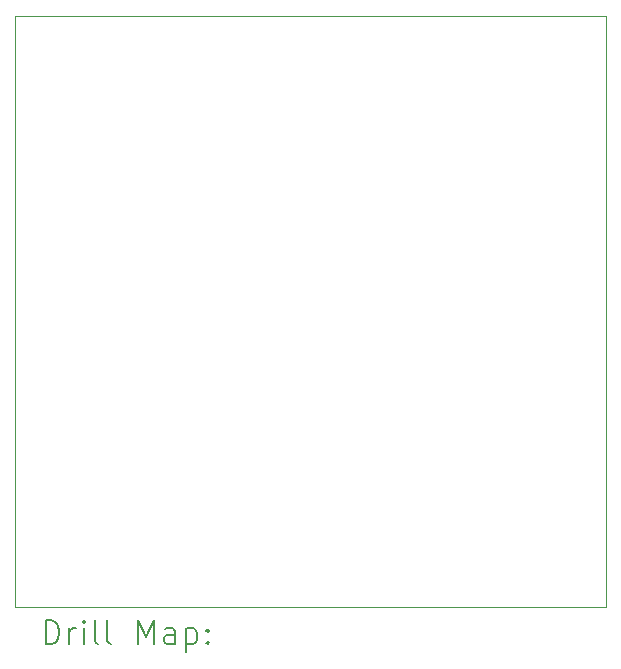
<source format=gbr>
%TF.GenerationSoftware,KiCad,Pcbnew,8.0.5*%
%TF.CreationDate,2024-11-24T11:50:24+01:00*%
%TF.ProjectId,stm32_template,73746d33-325f-4746-956d-706c6174652e,rev?*%
%TF.SameCoordinates,Original*%
%TF.FileFunction,Drillmap*%
%TF.FilePolarity,Positive*%
%FSLAX45Y45*%
G04 Gerber Fmt 4.5, Leading zero omitted, Abs format (unit mm)*
G04 Created by KiCad (PCBNEW 8.0.5) date 2024-11-24 11:50:24*
%MOMM*%
%LPD*%
G01*
G04 APERTURE LIST*
%ADD10C,0.050000*%
%ADD11C,0.200000*%
G04 APERTURE END LIST*
D10*
X5000000Y-5000000D02*
X10000000Y-5000000D01*
X10000000Y-10000000D01*
X5000000Y-10000000D01*
X5000000Y-5000000D01*
D11*
X5258277Y-10313984D02*
X5258277Y-10113984D01*
X5258277Y-10113984D02*
X5305896Y-10113984D01*
X5305896Y-10113984D02*
X5334467Y-10123508D01*
X5334467Y-10123508D02*
X5353515Y-10142555D01*
X5353515Y-10142555D02*
X5363039Y-10161603D01*
X5363039Y-10161603D02*
X5372563Y-10199698D01*
X5372563Y-10199698D02*
X5372563Y-10228270D01*
X5372563Y-10228270D02*
X5363039Y-10266365D01*
X5363039Y-10266365D02*
X5353515Y-10285412D01*
X5353515Y-10285412D02*
X5334467Y-10304460D01*
X5334467Y-10304460D02*
X5305896Y-10313984D01*
X5305896Y-10313984D02*
X5258277Y-10313984D01*
X5458277Y-10313984D02*
X5458277Y-10180650D01*
X5458277Y-10218746D02*
X5467801Y-10199698D01*
X5467801Y-10199698D02*
X5477324Y-10190174D01*
X5477324Y-10190174D02*
X5496372Y-10180650D01*
X5496372Y-10180650D02*
X5515420Y-10180650D01*
X5582086Y-10313984D02*
X5582086Y-10180650D01*
X5582086Y-10113984D02*
X5572563Y-10123508D01*
X5572563Y-10123508D02*
X5582086Y-10133031D01*
X5582086Y-10133031D02*
X5591610Y-10123508D01*
X5591610Y-10123508D02*
X5582086Y-10113984D01*
X5582086Y-10113984D02*
X5582086Y-10133031D01*
X5705896Y-10313984D02*
X5686848Y-10304460D01*
X5686848Y-10304460D02*
X5677324Y-10285412D01*
X5677324Y-10285412D02*
X5677324Y-10113984D01*
X5810658Y-10313984D02*
X5791610Y-10304460D01*
X5791610Y-10304460D02*
X5782086Y-10285412D01*
X5782086Y-10285412D02*
X5782086Y-10113984D01*
X6039229Y-10313984D02*
X6039229Y-10113984D01*
X6039229Y-10113984D02*
X6105896Y-10256841D01*
X6105896Y-10256841D02*
X6172562Y-10113984D01*
X6172562Y-10113984D02*
X6172562Y-10313984D01*
X6353515Y-10313984D02*
X6353515Y-10209222D01*
X6353515Y-10209222D02*
X6343991Y-10190174D01*
X6343991Y-10190174D02*
X6324943Y-10180650D01*
X6324943Y-10180650D02*
X6286848Y-10180650D01*
X6286848Y-10180650D02*
X6267801Y-10190174D01*
X6353515Y-10304460D02*
X6334467Y-10313984D01*
X6334467Y-10313984D02*
X6286848Y-10313984D01*
X6286848Y-10313984D02*
X6267801Y-10304460D01*
X6267801Y-10304460D02*
X6258277Y-10285412D01*
X6258277Y-10285412D02*
X6258277Y-10266365D01*
X6258277Y-10266365D02*
X6267801Y-10247317D01*
X6267801Y-10247317D02*
X6286848Y-10237793D01*
X6286848Y-10237793D02*
X6334467Y-10237793D01*
X6334467Y-10237793D02*
X6353515Y-10228270D01*
X6448753Y-10180650D02*
X6448753Y-10380650D01*
X6448753Y-10190174D02*
X6467801Y-10180650D01*
X6467801Y-10180650D02*
X6505896Y-10180650D01*
X6505896Y-10180650D02*
X6524943Y-10190174D01*
X6524943Y-10190174D02*
X6534467Y-10199698D01*
X6534467Y-10199698D02*
X6543991Y-10218746D01*
X6543991Y-10218746D02*
X6543991Y-10275889D01*
X6543991Y-10275889D02*
X6534467Y-10294936D01*
X6534467Y-10294936D02*
X6524943Y-10304460D01*
X6524943Y-10304460D02*
X6505896Y-10313984D01*
X6505896Y-10313984D02*
X6467801Y-10313984D01*
X6467801Y-10313984D02*
X6448753Y-10304460D01*
X6629705Y-10294936D02*
X6639229Y-10304460D01*
X6639229Y-10304460D02*
X6629705Y-10313984D01*
X6629705Y-10313984D02*
X6620182Y-10304460D01*
X6620182Y-10304460D02*
X6629705Y-10294936D01*
X6629705Y-10294936D02*
X6629705Y-10313984D01*
X6629705Y-10190174D02*
X6639229Y-10199698D01*
X6639229Y-10199698D02*
X6629705Y-10209222D01*
X6629705Y-10209222D02*
X6620182Y-10199698D01*
X6620182Y-10199698D02*
X6629705Y-10190174D01*
X6629705Y-10190174D02*
X6629705Y-10209222D01*
M02*

</source>
